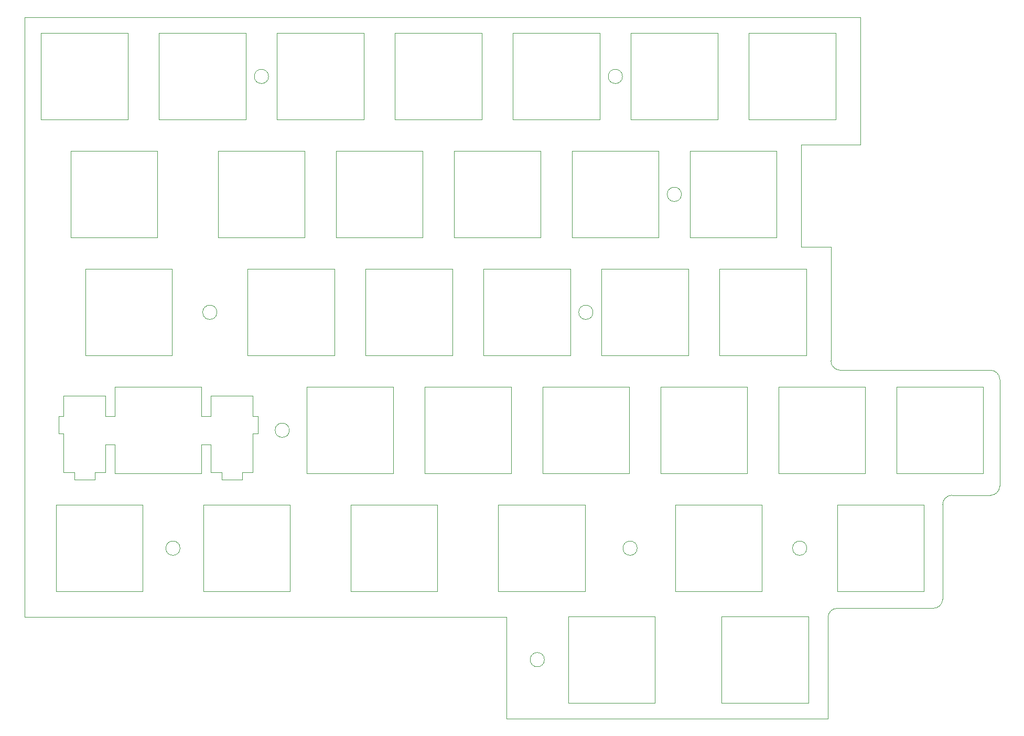
<source format=gbr>
%TF.GenerationSoftware,KiCad,Pcbnew,8.0.7*%
%TF.CreationDate,2025-05-09T14:20:51+02:00*%
%TF.ProjectId,plate6_sx,706c6174-6536-45f7-9378-2e6b69636164,rev?*%
%TF.SameCoordinates,Original*%
%TF.FileFunction,Profile,NP*%
%FSLAX46Y46*%
G04 Gerber Fmt 4.6, Leading zero omitted, Abs format (unit mm)*
G04 Created by KiCad (PCBNEW 8.0.7) date 2025-05-09 14:20:51*
%MOMM*%
%LPD*%
G01*
G04 APERTURE LIST*
%TA.AperFunction,Profile*%
%ADD10C,0.000000*%
%TD*%
G04 APERTURE END LIST*
D10*
X78384700Y-40105600D02*
G75*
G02*
X76084700Y-40105600I-1150000J0D01*
G01*
X76084700Y-40105600D02*
G75*
G02*
X78384700Y-40105600I1150000J0D01*
G01*
X135534000Y-40105600D02*
G75*
G02*
X133234000Y-40105600I-1150000J0D01*
G01*
X133234000Y-40105600D02*
G75*
G02*
X135534000Y-40105600I1150000J0D01*
G01*
X64096284Y-116305552D02*
G75*
G02*
X61796284Y-116305552I-1150000J0D01*
G01*
X61796284Y-116305552D02*
G75*
G02*
X64096284Y-116305552I1150000J0D01*
G01*
X145059850Y-59155550D02*
G75*
G02*
X142759850Y-59155550I-1150000J0D01*
G01*
X142759850Y-59155550D02*
G75*
G02*
X145059850Y-59155550I1150000J0D01*
G01*
X122935350Y-134305561D02*
G75*
G02*
X120635350Y-134305561I-1150000J0D01*
G01*
X120635350Y-134305561D02*
G75*
G02*
X122935350Y-134305561I1150000J0D01*
G01*
X131859350Y-33106000D02*
X131859350Y-47105200D01*
X117860050Y-33106000D02*
X131859350Y-33106000D01*
X117860050Y-47105200D02*
X117860050Y-33106000D01*
X131859350Y-47105200D02*
X117860050Y-47105200D01*
X53566250Y-94956400D02*
X53566250Y-90255900D01*
X52040750Y-94956400D02*
X53566250Y-94956400D01*
X52040750Y-91726300D02*
X52040750Y-94956400D01*
X45291150Y-91726300D02*
X52040750Y-91726300D01*
X45291150Y-94956400D02*
X45291150Y-91726300D01*
X44465680Y-94956400D02*
X45291150Y-94956400D01*
X44465680Y-97755300D02*
X44465680Y-94956400D01*
X45291150Y-97755300D02*
X44465680Y-97755300D01*
X45291150Y-104025200D02*
X45291150Y-97755300D01*
X47016440Y-104025200D02*
X45291150Y-104025200D01*
X47016440Y-105225400D02*
X47016440Y-104025200D01*
X50315450Y-105225400D02*
X47016440Y-105225400D01*
X50315450Y-104025200D02*
X50315450Y-105225400D01*
X52040750Y-104025200D02*
X50315450Y-104025200D01*
X52040750Y-99554800D02*
X52040750Y-104025200D01*
X53566250Y-99554800D02*
X52040750Y-99554800D01*
X53566250Y-104255200D02*
X53566250Y-99554800D01*
X67565750Y-104255200D02*
X53566250Y-104255200D01*
X67565750Y-99554800D02*
X67565750Y-104255200D01*
X69091250Y-99554800D02*
X67565750Y-99554800D01*
X69091250Y-104025200D02*
X69091250Y-99554800D01*
X70815150Y-104025200D02*
X69091250Y-104025200D01*
X70815150Y-105225400D02*
X70815150Y-104025200D01*
X74115550Y-105225400D02*
X70815150Y-105225400D01*
X74115550Y-104025200D02*
X74115550Y-105225400D01*
X75840750Y-104025200D02*
X74115550Y-104025200D01*
X75840750Y-97755300D02*
X75840750Y-104025200D01*
X76666250Y-97755300D02*
X75840750Y-97755300D01*
X76666250Y-94956400D02*
X76666250Y-97755300D01*
X75840750Y-94956400D02*
X76666250Y-94956400D01*
X75840750Y-91726300D02*
X75840750Y-94956400D01*
X69091250Y-91726300D02*
X75840750Y-91726300D01*
X69091250Y-94956400D02*
X69091250Y-91726300D01*
X67565750Y-94956400D02*
X69091250Y-94956400D01*
X67565750Y-90255900D02*
X67565750Y-94956400D01*
X53566250Y-90255900D02*
X67565750Y-90255900D01*
X70050400Y-78205550D02*
G75*
G02*
X67750400Y-78205550I-1150000J0D01*
G01*
X67750400Y-78205550D02*
G75*
G02*
X70050400Y-78205550I1150000J0D01*
G01*
X81744400Y-97255550D02*
G75*
G02*
X79444400Y-97255550I-1150000J0D01*
G01*
X79444400Y-97255550D02*
G75*
G02*
X81744400Y-97255550I1150000J0D01*
G01*
X130772200Y-78205550D02*
G75*
G02*
X128472200Y-78205550I-1150000J0D01*
G01*
X128472200Y-78205550D02*
G75*
G02*
X130772200Y-78205550I1150000J0D01*
G01*
X137915000Y-116305561D02*
G75*
G02*
X135615000Y-116305561I-1150000J0D01*
G01*
X135615000Y-116305561D02*
G75*
G02*
X137915000Y-116305561I1150000J0D01*
G01*
X179770790Y-90256600D02*
X193770090Y-90258542D01*
X179768848Y-104255900D02*
X179770790Y-90256600D01*
X193768148Y-104257842D02*
X179768848Y-104255900D01*
X193770090Y-90258542D02*
X193768148Y-104257842D01*
X184246550Y-109305561D02*
X184246550Y-123305561D01*
X170246550Y-109305561D02*
X184246550Y-109305561D01*
X170246550Y-123305561D02*
X170246550Y-109305561D01*
X184246550Y-123305561D02*
X170246550Y-123305561D01*
X165299550Y-116305561D02*
G75*
G02*
X162999550Y-116305561I-1150000J0D01*
G01*
X162999550Y-116305561D02*
G75*
G02*
X165299550Y-116305561I1150000J0D01*
G01*
X141384350Y-52155900D02*
X141384350Y-66155200D01*
X127385050Y-52155900D02*
X141384350Y-52155900D01*
X127385050Y-66155200D02*
X127385050Y-52155900D01*
X141384350Y-66155200D02*
X127385050Y-66155200D01*
X112809350Y-33106000D02*
X112809350Y-47105200D01*
X98810050Y-33106000D02*
X112809350Y-33106000D01*
X98810050Y-47105200D02*
X98810050Y-33106000D01*
X112809350Y-47105200D02*
X98810050Y-47105200D01*
X74709350Y-33106000D02*
X74709350Y-47105200D01*
X60710050Y-33106000D02*
X74709350Y-33106000D01*
X60710050Y-47105200D02*
X60710050Y-33106000D01*
X74709350Y-47105200D02*
X60710050Y-47105200D01*
X81852369Y-109305552D02*
X81852369Y-123305552D01*
X67852369Y-109305552D02*
X81852369Y-109305552D01*
X67852369Y-123305552D02*
X67852369Y-109305552D01*
X81852369Y-123305552D02*
X67852369Y-123305552D01*
X117571850Y-90255900D02*
X117571850Y-104255200D01*
X103572550Y-90255900D02*
X117571850Y-90255900D01*
X103572550Y-104255200D02*
X103572550Y-90255900D01*
X117571850Y-104255200D02*
X103572550Y-104255200D01*
X58040199Y-109305552D02*
X58040199Y-123305552D01*
X44040199Y-109305552D02*
X58040199Y-109305552D01*
X44040199Y-123305552D02*
X44040199Y-109305552D01*
X58040199Y-123305552D02*
X44040199Y-123305552D01*
X158052550Y-109305561D02*
X158052550Y-123305561D01*
X144052550Y-109305561D02*
X158052550Y-109305561D01*
X144052550Y-123305561D02*
X144052550Y-109305561D01*
X158052550Y-123305561D02*
X144052550Y-123305561D01*
X129477450Y-109305561D02*
X129477450Y-123305561D01*
X115477450Y-109305561D02*
X129477450Y-109305561D01*
X115477450Y-123305561D02*
X115477450Y-109305561D01*
X129477450Y-123305561D02*
X115477450Y-123305561D01*
X150909350Y-33106000D02*
X150909350Y-47105200D01*
X136908650Y-33106000D02*
X150909350Y-33106000D01*
X136908650Y-47105200D02*
X136908650Y-33106000D01*
X150909350Y-47105200D02*
X136908650Y-47105200D01*
X93759350Y-33106000D02*
X93759350Y-47105200D01*
X79760050Y-33106000D02*
X93759350Y-33106000D01*
X79760050Y-47105200D02*
X79760050Y-33106000D01*
X93759350Y-47105200D02*
X79760050Y-47105200D01*
X55659550Y-33106000D02*
X55659550Y-47105200D01*
X41660000Y-33106000D02*
X55659550Y-33106000D01*
X41660000Y-47105200D02*
X41660000Y-33106000D01*
X55659550Y-47105200D02*
X41660000Y-47105200D01*
X105666442Y-109305552D02*
X105666442Y-123305561D01*
X91666442Y-109305552D02*
X105666442Y-109305552D01*
X91666442Y-123305552D02*
X91666442Y-109305552D01*
X105666442Y-123305561D02*
X91666442Y-123305552D01*
X165197350Y-71205900D02*
X165197350Y-85205200D01*
X151197350Y-71205900D02*
X165197350Y-71205900D01*
X151197350Y-85205200D02*
X151197350Y-71205900D01*
X165197350Y-85205200D02*
X151197350Y-85205200D01*
X127096850Y-71205900D02*
X127096850Y-85205200D01*
X113097550Y-71205900D02*
X127096850Y-71205900D01*
X113097550Y-85205200D02*
X113097550Y-71205900D01*
X127096850Y-85205200D02*
X113097550Y-85205200D01*
X155672350Y-90255900D02*
X155672350Y-104255200D01*
X141672350Y-90255900D02*
X155672350Y-90255900D01*
X141672350Y-104255200D02*
X141672350Y-90255900D01*
X155672350Y-104255200D02*
X141672350Y-104255200D01*
X108046850Y-71205900D02*
X108046850Y-85205200D01*
X94047550Y-71205900D02*
X108046850Y-71205900D01*
X94047550Y-85205200D02*
X94047550Y-71205900D01*
X108046850Y-85205200D02*
X94047550Y-85205200D01*
X88996850Y-71205900D02*
X88996850Y-85205200D01*
X74997550Y-71205900D02*
X88996850Y-71205900D01*
X74997550Y-85205200D02*
X74997550Y-71205900D01*
X88996850Y-85205200D02*
X74997550Y-85205200D01*
X103284350Y-52155900D02*
X103284350Y-66155200D01*
X89285050Y-52155900D02*
X103284350Y-52155900D01*
X89285050Y-66155200D02*
X89285050Y-52155900D01*
X103284350Y-66155200D02*
X89285050Y-66155200D01*
X84234350Y-52155900D02*
X84234350Y-66155200D01*
X70235050Y-52155900D02*
X84234350Y-52155900D01*
X70235050Y-66155200D02*
X70235050Y-52155900D01*
X84234350Y-66155200D02*
X70235050Y-66155200D01*
X174722350Y-90255900D02*
X174722350Y-104255200D01*
X160722350Y-90255900D02*
X174722350Y-90255900D01*
X160722350Y-104255200D02*
X160722350Y-90255900D01*
X174722350Y-104255200D02*
X160722350Y-104255200D01*
X136621850Y-90255900D02*
X136621850Y-104255200D01*
X122622550Y-90255900D02*
X136621850Y-90255900D01*
X122622550Y-104255200D02*
X122622550Y-90255900D01*
X136621850Y-104255200D02*
X122622550Y-104255200D01*
X146147350Y-71205900D02*
X146147350Y-85205200D01*
X132147550Y-71205900D02*
X146147350Y-71205900D01*
X132147550Y-85205200D02*
X132147550Y-71205900D01*
X146147350Y-85205200D02*
X132147550Y-85205200D01*
X169959350Y-33106000D02*
X169959350Y-47105200D01*
X155958350Y-33106000D02*
X169959350Y-33106000D01*
X155958350Y-47105200D02*
X155958350Y-33106000D01*
X169959350Y-47105200D02*
X155958350Y-47105200D01*
X160434350Y-52155900D02*
X160434350Y-66155200D01*
X146435350Y-52155900D02*
X160434350Y-52155900D01*
X146435350Y-66155200D02*
X146435350Y-52155900D01*
X160434350Y-66155200D02*
X146435350Y-66155200D01*
X140785350Y-127305561D02*
X140785350Y-141305561D01*
X126785350Y-127305561D02*
X140785350Y-127305561D01*
X126785350Y-141305561D02*
X126785350Y-127305561D01*
X140785350Y-141305561D02*
X126785350Y-141305561D01*
X165535350Y-127305561D02*
X165535350Y-141305561D01*
X151535350Y-127305561D02*
X165535350Y-127305561D01*
X151535350Y-141305561D02*
X151535350Y-127305561D01*
X165535350Y-141305561D02*
X151535350Y-141305561D01*
X62803250Y-71205900D02*
X62803250Y-85205200D01*
X48802380Y-71205900D02*
X62803250Y-71205900D01*
X48802380Y-85205200D02*
X48802380Y-71205900D01*
X62803250Y-85205200D02*
X48802380Y-85205200D01*
X122334350Y-52155900D02*
X122334350Y-66155200D01*
X108335050Y-52155900D02*
X122334350Y-52155900D01*
X108335050Y-66155200D02*
X108335050Y-52155900D01*
X122334350Y-66155200D02*
X108335050Y-66155200D01*
X98521850Y-90255900D02*
X98521850Y-104255200D01*
X84522550Y-90255900D02*
X98521850Y-90255900D01*
X84522550Y-104255200D02*
X84522550Y-90255900D01*
X98521850Y-104255200D02*
X84522550Y-104255200D01*
X60422050Y-52155900D02*
X60422050Y-66155200D01*
X46422510Y-52155900D02*
X60422050Y-52155900D01*
X46422510Y-66155200D02*
X46422510Y-52155900D01*
X60422050Y-66155200D02*
X46422510Y-66155200D01*
X170697348Y-87555900D02*
G75*
G02*
X169197398Y-86055900I0J1499950D01*
G01*
X194968848Y-87555900D02*
X170697348Y-87555900D01*
X194968848Y-87555900D02*
G75*
G02*
X196468848Y-89055900I0J-1500000D01*
G01*
X196468848Y-106252050D02*
X196468848Y-89055900D01*
X196468848Y-106252050D02*
G75*
G02*
X194968848Y-107752050I-1500000J0D01*
G01*
X188746548Y-107752050D02*
X194968848Y-107752050D01*
X187246550Y-109252050D02*
G75*
G02*
X188746548Y-107752052I1499998J0D01*
G01*
X187246550Y-124505220D02*
X187246550Y-109252050D01*
X187246550Y-124505220D02*
G75*
G02*
X185746468Y-126005302I-1500082J0D01*
G01*
X170223438Y-126005300D02*
X185746468Y-126005300D01*
X168723350Y-127505390D02*
G75*
G02*
X170223438Y-126005302I1500088J0D01*
G01*
X168723350Y-143804950D02*
X168723350Y-127505390D01*
X116785350Y-143804950D02*
X168723350Y-143804950D01*
X116785350Y-127428495D02*
X116785350Y-143804950D01*
X38960000Y-127428495D02*
X116785350Y-127428495D01*
X38960000Y-30580000D02*
X38960000Y-127428495D01*
X173959350Y-30580000D02*
X38960000Y-30580000D01*
X173959350Y-51105200D02*
X173959350Y-30580000D01*
X164434350Y-51105200D02*
X173959350Y-51105200D01*
X164434350Y-67679900D02*
X164434350Y-51105200D01*
X169197350Y-67679900D02*
X164434350Y-67679900D01*
X169197350Y-86055900D02*
X169197350Y-67679900D01*
M02*

</source>
